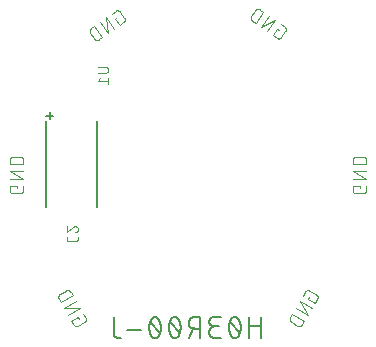
<source format=gbr>
G04 EAGLE Gerber RS-274X export*
G75*
%MOMM*%
%FSLAX34Y34*%
%LPD*%
%INSilkscreen Bottom*%
%IPPOS*%
%AMOC8*
5,1,8,0,0,1.08239X$1,22.5*%
G01*
%ADD10C,0.101600*%
%ADD11C,0.152400*%
%ADD12C,0.200000*%
%ADD13C,0.076200*%


D10*
X423397Y468698D02*
X421802Y469815D01*
X418079Y464498D01*
X421269Y462264D01*
X421352Y462209D01*
X421436Y462157D01*
X421523Y462108D01*
X421611Y462062D01*
X421701Y462020D01*
X421793Y461981D01*
X421886Y461946D01*
X421980Y461914D01*
X422075Y461886D01*
X422172Y461862D01*
X422269Y461841D01*
X422367Y461825D01*
X422466Y461811D01*
X422565Y461802D01*
X422664Y461797D01*
X422764Y461795D01*
X422863Y461797D01*
X422962Y461803D01*
X423061Y461813D01*
X423160Y461826D01*
X423258Y461844D01*
X423355Y461865D01*
X423451Y461889D01*
X423547Y461918D01*
X423641Y461950D01*
X423734Y461985D01*
X423825Y462024D01*
X423915Y462067D01*
X424003Y462113D01*
X424089Y462162D01*
X424174Y462215D01*
X424256Y462271D01*
X424336Y462330D01*
X424414Y462392D01*
X424489Y462457D01*
X424562Y462524D01*
X424632Y462595D01*
X424700Y462668D01*
X424764Y462744D01*
X424826Y462822D01*
X424885Y462902D01*
X424885Y462901D02*
X428608Y468219D01*
X428663Y468302D01*
X428715Y468386D01*
X428764Y468473D01*
X428810Y468561D01*
X428852Y468651D01*
X428891Y468743D01*
X428926Y468836D01*
X428958Y468930D01*
X428986Y469025D01*
X429010Y469122D01*
X429031Y469219D01*
X429047Y469317D01*
X429061Y469416D01*
X429070Y469515D01*
X429075Y469614D01*
X429077Y469714D01*
X429075Y469813D01*
X429069Y469912D01*
X429059Y470011D01*
X429046Y470110D01*
X429028Y470208D01*
X429007Y470305D01*
X428983Y470401D01*
X428954Y470497D01*
X428922Y470591D01*
X428887Y470684D01*
X428848Y470775D01*
X428805Y470865D01*
X428759Y470953D01*
X428710Y471039D01*
X428657Y471124D01*
X428601Y471206D01*
X428542Y471286D01*
X428480Y471364D01*
X428415Y471439D01*
X428348Y471512D01*
X428277Y471582D01*
X428204Y471650D01*
X428128Y471714D01*
X428050Y471776D01*
X427970Y471835D01*
X427971Y471835D02*
X424780Y474069D01*
X420111Y477338D02*
X413409Y467768D01*
X408092Y471491D02*
X420111Y477338D01*
X414793Y481062D02*
X408092Y471491D01*
X403422Y474761D02*
X410123Y484331D01*
X407465Y486193D01*
X407371Y486256D01*
X407275Y486316D01*
X407177Y486373D01*
X407077Y486426D01*
X406975Y486476D01*
X406871Y486522D01*
X406766Y486564D01*
X406660Y486603D01*
X406552Y486638D01*
X406443Y486669D01*
X406333Y486697D01*
X406222Y486720D01*
X406111Y486740D01*
X405999Y486756D01*
X405886Y486768D01*
X405773Y486776D01*
X405660Y486780D01*
X405546Y486780D01*
X405433Y486776D01*
X405320Y486768D01*
X405207Y486756D01*
X405095Y486740D01*
X404984Y486720D01*
X404873Y486697D01*
X404763Y486669D01*
X404654Y486638D01*
X404546Y486603D01*
X404440Y486564D01*
X404335Y486522D01*
X404231Y486476D01*
X404129Y486426D01*
X404029Y486373D01*
X403931Y486316D01*
X403835Y486256D01*
X403741Y486193D01*
X403650Y486126D01*
X403560Y486057D01*
X403473Y485984D01*
X403389Y485908D01*
X403308Y485829D01*
X403229Y485748D01*
X403153Y485664D01*
X403080Y485577D01*
X403011Y485488D01*
X402944Y485396D01*
X402945Y485396D02*
X399966Y481142D01*
X399966Y481143D02*
X399903Y481049D01*
X399843Y480953D01*
X399786Y480855D01*
X399733Y480755D01*
X399683Y480653D01*
X399637Y480549D01*
X399595Y480444D01*
X399556Y480338D01*
X399521Y480230D01*
X399490Y480121D01*
X399462Y480011D01*
X399439Y479900D01*
X399419Y479789D01*
X399403Y479677D01*
X399391Y479564D01*
X399383Y479451D01*
X399379Y479338D01*
X399379Y479224D01*
X399383Y479111D01*
X399391Y478998D01*
X399403Y478885D01*
X399419Y478773D01*
X399439Y478662D01*
X399462Y478551D01*
X399490Y478441D01*
X399521Y478332D01*
X399556Y478224D01*
X399595Y478118D01*
X399637Y478013D01*
X399683Y477909D01*
X399733Y477807D01*
X399786Y477707D01*
X399843Y477609D01*
X399903Y477513D01*
X399966Y477419D01*
X400033Y477327D01*
X400102Y477238D01*
X400175Y477151D01*
X400251Y477067D01*
X400330Y476986D01*
X400411Y476907D01*
X400495Y476831D01*
X400582Y476758D01*
X400672Y476689D01*
X400763Y476622D01*
X403422Y474761D01*
X492049Y337254D02*
X492049Y335306D01*
X492049Y337254D02*
X485558Y337254D01*
X485558Y333359D01*
X485560Y333260D01*
X485566Y333160D01*
X485575Y333061D01*
X485588Y332963D01*
X485605Y332865D01*
X485626Y332767D01*
X485651Y332671D01*
X485679Y332576D01*
X485711Y332482D01*
X485746Y332389D01*
X485785Y332297D01*
X485828Y332207D01*
X485873Y332119D01*
X485923Y332032D01*
X485975Y331948D01*
X486031Y331865D01*
X486089Y331785D01*
X486151Y331707D01*
X486216Y331632D01*
X486284Y331559D01*
X486354Y331489D01*
X486427Y331421D01*
X486502Y331356D01*
X486580Y331294D01*
X486660Y331236D01*
X486743Y331180D01*
X486827Y331128D01*
X486914Y331078D01*
X487002Y331033D01*
X487092Y330990D01*
X487184Y330951D01*
X487277Y330916D01*
X487371Y330884D01*
X487466Y330856D01*
X487562Y330831D01*
X487660Y330810D01*
X487758Y330793D01*
X487856Y330780D01*
X487955Y330771D01*
X488055Y330765D01*
X488154Y330763D01*
X494646Y330763D01*
X494745Y330765D01*
X494845Y330771D01*
X494944Y330780D01*
X495042Y330793D01*
X495140Y330810D01*
X495238Y330831D01*
X495334Y330856D01*
X495429Y330884D01*
X495523Y330916D01*
X495616Y330951D01*
X495708Y330990D01*
X495798Y331033D01*
X495886Y331078D01*
X495973Y331128D01*
X496057Y331180D01*
X496140Y331236D01*
X496220Y331294D01*
X496298Y331356D01*
X496373Y331421D01*
X496446Y331489D01*
X496516Y331559D01*
X496584Y331632D01*
X496649Y331707D01*
X496711Y331785D01*
X496769Y331865D01*
X496825Y331948D01*
X496877Y332032D01*
X496927Y332119D01*
X496972Y332207D01*
X497015Y332297D01*
X497054Y332389D01*
X497089Y332481D01*
X497121Y332576D01*
X497149Y332671D01*
X497174Y332767D01*
X497195Y332865D01*
X497212Y332963D01*
X497225Y333061D01*
X497234Y333160D01*
X497240Y333260D01*
X497242Y333359D01*
X497242Y337254D01*
X497242Y342954D02*
X485558Y342954D01*
X485558Y349446D02*
X497242Y342954D01*
X497242Y349446D02*
X485558Y349446D01*
X485558Y355146D02*
X497242Y355146D01*
X497242Y358392D01*
X497240Y358505D01*
X497234Y358618D01*
X497224Y358731D01*
X497210Y358844D01*
X497193Y358956D01*
X497171Y359067D01*
X497146Y359177D01*
X497116Y359287D01*
X497083Y359395D01*
X497046Y359502D01*
X497006Y359608D01*
X496961Y359712D01*
X496913Y359815D01*
X496862Y359916D01*
X496807Y360015D01*
X496749Y360112D01*
X496687Y360207D01*
X496622Y360300D01*
X496554Y360390D01*
X496483Y360478D01*
X496408Y360564D01*
X496331Y360647D01*
X496251Y360727D01*
X496168Y360804D01*
X496082Y360879D01*
X495994Y360950D01*
X495904Y361018D01*
X495811Y361083D01*
X495716Y361145D01*
X495619Y361203D01*
X495520Y361258D01*
X495419Y361309D01*
X495316Y361357D01*
X495212Y361402D01*
X495106Y361442D01*
X494999Y361479D01*
X494891Y361512D01*
X494781Y361542D01*
X494671Y361567D01*
X494560Y361589D01*
X494448Y361606D01*
X494335Y361620D01*
X494222Y361630D01*
X494109Y361636D01*
X493996Y361638D01*
X488804Y361638D01*
X488691Y361636D01*
X488578Y361630D01*
X488465Y361620D01*
X488352Y361606D01*
X488240Y361589D01*
X488129Y361567D01*
X488019Y361542D01*
X487909Y361512D01*
X487801Y361479D01*
X487694Y361442D01*
X487588Y361402D01*
X487484Y361357D01*
X487381Y361309D01*
X487280Y361258D01*
X487181Y361203D01*
X487084Y361145D01*
X486989Y361083D01*
X486896Y361018D01*
X486806Y360950D01*
X486718Y360879D01*
X486632Y360804D01*
X486549Y360727D01*
X486469Y360647D01*
X486392Y360564D01*
X486317Y360478D01*
X486246Y360390D01*
X486178Y360300D01*
X486113Y360207D01*
X486051Y360112D01*
X485993Y360015D01*
X485938Y359916D01*
X485887Y359815D01*
X485839Y359712D01*
X485794Y359608D01*
X485754Y359502D01*
X485717Y359395D01*
X485684Y359287D01*
X485654Y359177D01*
X485629Y359067D01*
X485607Y358956D01*
X485590Y358844D01*
X485576Y358731D01*
X485566Y358618D01*
X485560Y358505D01*
X485558Y358392D01*
X485558Y355146D01*
X449059Y243200D02*
X448086Y241514D01*
X453707Y238268D01*
X455655Y241641D01*
X455654Y241641D02*
X455702Y241728D01*
X455747Y241817D01*
X455788Y241907D01*
X455826Y241999D01*
X455860Y242093D01*
X455891Y242187D01*
X455918Y242283D01*
X455941Y242380D01*
X455961Y242477D01*
X455976Y242576D01*
X455988Y242674D01*
X455997Y242773D01*
X456001Y242873D01*
X456002Y242972D01*
X455999Y243072D01*
X455992Y243171D01*
X455981Y243270D01*
X455966Y243368D01*
X455948Y243466D01*
X455926Y243563D01*
X455900Y243659D01*
X455871Y243754D01*
X455838Y243848D01*
X455801Y243940D01*
X455761Y244031D01*
X455718Y244120D01*
X455671Y244208D01*
X455620Y244294D01*
X455567Y244378D01*
X455510Y244459D01*
X455450Y244539D01*
X455388Y244616D01*
X455322Y244691D01*
X455253Y244763D01*
X455182Y244832D01*
X455108Y244899D01*
X455032Y244963D01*
X454953Y245023D01*
X454872Y245081D01*
X454789Y245136D01*
X454704Y245187D01*
X454704Y245188D02*
X449083Y248433D01*
X449082Y248433D02*
X448995Y248481D01*
X448906Y248526D01*
X448816Y248567D01*
X448724Y248605D01*
X448630Y248639D01*
X448536Y248670D01*
X448440Y248697D01*
X448343Y248720D01*
X448246Y248740D01*
X448147Y248755D01*
X448049Y248767D01*
X447950Y248776D01*
X447850Y248780D01*
X447751Y248781D01*
X447651Y248778D01*
X447552Y248771D01*
X447453Y248760D01*
X447355Y248745D01*
X447257Y248727D01*
X447160Y248705D01*
X447064Y248679D01*
X446969Y248650D01*
X446875Y248617D01*
X446783Y248580D01*
X446692Y248540D01*
X446603Y248497D01*
X446515Y248450D01*
X446429Y248399D01*
X446345Y248346D01*
X446264Y248289D01*
X446184Y248229D01*
X446107Y248167D01*
X446032Y248101D01*
X445960Y248032D01*
X445891Y247961D01*
X445824Y247887D01*
X445760Y247811D01*
X445700Y247732D01*
X445642Y247651D01*
X445587Y247568D01*
X445536Y247483D01*
X443589Y244110D01*
X440738Y239173D02*
X450857Y233331D01*
X447611Y227709D02*
X440738Y239173D01*
X437493Y233551D02*
X447611Y227709D01*
X444761Y222772D02*
X434642Y228614D01*
X433019Y225804D01*
X432964Y225705D01*
X432913Y225604D01*
X432865Y225501D01*
X432820Y225397D01*
X432780Y225291D01*
X432743Y225184D01*
X432710Y225076D01*
X432680Y224966D01*
X432655Y224856D01*
X432633Y224745D01*
X432616Y224633D01*
X432602Y224520D01*
X432592Y224407D01*
X432586Y224294D01*
X432584Y224181D01*
X432586Y224068D01*
X432592Y223955D01*
X432602Y223842D01*
X432616Y223729D01*
X432633Y223617D01*
X432655Y223506D01*
X432680Y223396D01*
X432710Y223286D01*
X432743Y223178D01*
X432780Y223071D01*
X432820Y222965D01*
X432865Y222861D01*
X432913Y222758D01*
X432964Y222657D01*
X433019Y222558D01*
X433077Y222461D01*
X433139Y222366D01*
X433204Y222273D01*
X433272Y222183D01*
X433343Y222095D01*
X433418Y222009D01*
X433495Y221926D01*
X433575Y221846D01*
X433658Y221769D01*
X433744Y221694D01*
X433832Y221623D01*
X433922Y221555D01*
X434015Y221490D01*
X434110Y221428D01*
X434207Y221370D01*
X438705Y218774D01*
X438704Y218773D02*
X438803Y218718D01*
X438904Y218667D01*
X439007Y218619D01*
X439111Y218574D01*
X439217Y218534D01*
X439324Y218497D01*
X439432Y218464D01*
X439542Y218434D01*
X439652Y218409D01*
X439763Y218387D01*
X439875Y218370D01*
X439988Y218356D01*
X440101Y218346D01*
X440214Y218340D01*
X440327Y218338D01*
X440440Y218340D01*
X440553Y218346D01*
X440666Y218356D01*
X440779Y218370D01*
X440891Y218387D01*
X441002Y218409D01*
X441112Y218434D01*
X441222Y218464D01*
X441330Y218497D01*
X441437Y218534D01*
X441543Y218574D01*
X441647Y218619D01*
X441750Y218667D01*
X441851Y218718D01*
X441950Y218773D01*
X442047Y218831D01*
X442142Y218893D01*
X442235Y218958D01*
X442325Y219026D01*
X442414Y219097D01*
X442499Y219172D01*
X442582Y219249D01*
X442662Y219329D01*
X442739Y219412D01*
X442814Y219498D01*
X442885Y219586D01*
X442953Y219676D01*
X443018Y219769D01*
X443080Y219864D01*
X443138Y219961D01*
X443138Y219962D02*
X444761Y222772D01*
X254031Y224598D02*
X253058Y226285D01*
X247436Y223039D01*
X249383Y219666D01*
X249384Y219666D02*
X249435Y219581D01*
X249490Y219498D01*
X249547Y219417D01*
X249608Y219338D01*
X249672Y219262D01*
X249739Y219188D01*
X249808Y219117D01*
X249880Y219048D01*
X249955Y218982D01*
X250032Y218920D01*
X250111Y218860D01*
X250193Y218803D01*
X250277Y218750D01*
X250363Y218699D01*
X250450Y218652D01*
X250540Y218609D01*
X250631Y218569D01*
X250723Y218532D01*
X250817Y218499D01*
X250912Y218470D01*
X251008Y218444D01*
X251105Y218422D01*
X251203Y218404D01*
X251301Y218389D01*
X251400Y218378D01*
X251499Y218371D01*
X251599Y218368D01*
X251698Y218369D01*
X251798Y218373D01*
X251897Y218382D01*
X251996Y218394D01*
X252094Y218409D01*
X252191Y218429D01*
X252288Y218452D01*
X252384Y218479D01*
X252478Y218510D01*
X252572Y218544D01*
X252664Y218582D01*
X252754Y218623D01*
X252843Y218668D01*
X252930Y218716D01*
X258552Y221961D01*
X258552Y221962D02*
X258637Y222013D01*
X258720Y222068D01*
X258801Y222125D01*
X258880Y222186D01*
X258956Y222250D01*
X259030Y222317D01*
X259101Y222386D01*
X259170Y222458D01*
X259236Y222533D01*
X259298Y222610D01*
X259358Y222689D01*
X259415Y222771D01*
X259468Y222855D01*
X259519Y222941D01*
X259566Y223028D01*
X259609Y223118D01*
X259649Y223209D01*
X259686Y223301D01*
X259719Y223395D01*
X259748Y223490D01*
X259774Y223586D01*
X259796Y223683D01*
X259814Y223781D01*
X259829Y223879D01*
X259840Y223978D01*
X259847Y224077D01*
X259850Y224177D01*
X259849Y224276D01*
X259845Y224376D01*
X259836Y224475D01*
X259824Y224573D01*
X259809Y224672D01*
X259789Y224769D01*
X259766Y224866D01*
X259739Y224962D01*
X259708Y225056D01*
X259674Y225150D01*
X259636Y225242D01*
X259595Y225332D01*
X259550Y225421D01*
X259502Y225508D01*
X257555Y228881D01*
X254704Y233818D02*
X244586Y227976D01*
X241340Y233598D02*
X254704Y233818D01*
X251459Y239440D02*
X241340Y233598D01*
X238490Y238535D02*
X248608Y244377D01*
X246986Y247187D01*
X246986Y247188D02*
X246928Y247285D01*
X246866Y247380D01*
X246801Y247473D01*
X246733Y247563D01*
X246662Y247651D01*
X246587Y247737D01*
X246510Y247820D01*
X246430Y247900D01*
X246347Y247977D01*
X246261Y248052D01*
X246173Y248123D01*
X246083Y248191D01*
X245990Y248256D01*
X245895Y248318D01*
X245798Y248376D01*
X245699Y248431D01*
X245598Y248482D01*
X245495Y248530D01*
X245391Y248575D01*
X245285Y248615D01*
X245178Y248652D01*
X245070Y248685D01*
X244960Y248715D01*
X244850Y248740D01*
X244739Y248762D01*
X244627Y248779D01*
X244514Y248793D01*
X244401Y248803D01*
X244288Y248809D01*
X244175Y248811D01*
X244062Y248809D01*
X243949Y248803D01*
X243836Y248793D01*
X243723Y248779D01*
X243611Y248762D01*
X243500Y248740D01*
X243390Y248715D01*
X243280Y248685D01*
X243172Y248652D01*
X243065Y248615D01*
X242959Y248575D01*
X242855Y248530D01*
X242752Y248482D01*
X242651Y248431D01*
X242552Y248376D01*
X242552Y248375D02*
X238055Y245779D01*
X237958Y245721D01*
X237863Y245659D01*
X237770Y245594D01*
X237680Y245526D01*
X237592Y245455D01*
X237506Y245380D01*
X237423Y245303D01*
X237343Y245223D01*
X237266Y245140D01*
X237191Y245054D01*
X237120Y244966D01*
X237052Y244876D01*
X236987Y244783D01*
X236925Y244688D01*
X236867Y244591D01*
X236812Y244492D01*
X236761Y244391D01*
X236713Y244288D01*
X236668Y244184D01*
X236628Y244078D01*
X236591Y243971D01*
X236558Y243863D01*
X236528Y243753D01*
X236503Y243643D01*
X236481Y243532D01*
X236464Y243420D01*
X236450Y243307D01*
X236440Y243194D01*
X236434Y243081D01*
X236432Y242968D01*
X236434Y242855D01*
X236440Y242742D01*
X236450Y242629D01*
X236464Y242516D01*
X236481Y242404D01*
X236503Y242293D01*
X236528Y242183D01*
X236558Y242073D01*
X236591Y241965D01*
X236628Y241858D01*
X236668Y241752D01*
X236713Y241648D01*
X236761Y241545D01*
X236812Y241444D01*
X236867Y241345D01*
X238490Y238535D01*
X201649Y335306D02*
X201649Y337254D01*
X195158Y337254D01*
X195158Y333359D01*
X195160Y333260D01*
X195166Y333160D01*
X195175Y333061D01*
X195188Y332963D01*
X195205Y332865D01*
X195226Y332767D01*
X195251Y332671D01*
X195279Y332576D01*
X195311Y332482D01*
X195346Y332389D01*
X195385Y332297D01*
X195428Y332207D01*
X195473Y332119D01*
X195523Y332032D01*
X195575Y331948D01*
X195631Y331865D01*
X195689Y331785D01*
X195751Y331707D01*
X195816Y331632D01*
X195884Y331559D01*
X195954Y331489D01*
X196027Y331421D01*
X196102Y331356D01*
X196180Y331294D01*
X196260Y331236D01*
X196343Y331180D01*
X196427Y331128D01*
X196514Y331078D01*
X196602Y331033D01*
X196692Y330990D01*
X196784Y330951D01*
X196877Y330916D01*
X196971Y330884D01*
X197066Y330856D01*
X197162Y330831D01*
X197260Y330810D01*
X197358Y330793D01*
X197456Y330780D01*
X197555Y330771D01*
X197655Y330765D01*
X197754Y330763D01*
X204246Y330763D01*
X204345Y330765D01*
X204445Y330771D01*
X204544Y330780D01*
X204642Y330793D01*
X204740Y330810D01*
X204838Y330831D01*
X204934Y330856D01*
X205029Y330884D01*
X205123Y330916D01*
X205216Y330951D01*
X205308Y330990D01*
X205398Y331033D01*
X205486Y331078D01*
X205573Y331128D01*
X205657Y331180D01*
X205740Y331236D01*
X205820Y331294D01*
X205898Y331356D01*
X205973Y331421D01*
X206046Y331489D01*
X206116Y331559D01*
X206184Y331632D01*
X206249Y331707D01*
X206311Y331785D01*
X206369Y331865D01*
X206425Y331948D01*
X206477Y332032D01*
X206527Y332119D01*
X206572Y332207D01*
X206615Y332297D01*
X206654Y332389D01*
X206689Y332481D01*
X206721Y332576D01*
X206749Y332671D01*
X206774Y332767D01*
X206795Y332865D01*
X206812Y332963D01*
X206825Y333061D01*
X206834Y333160D01*
X206840Y333260D01*
X206842Y333359D01*
X206842Y337254D01*
X206842Y342954D02*
X195158Y342954D01*
X195158Y349446D02*
X206842Y342954D01*
X206842Y349446D02*
X195158Y349446D01*
X195158Y355146D02*
X206842Y355146D01*
X206842Y358392D01*
X206840Y358505D01*
X206834Y358618D01*
X206824Y358731D01*
X206810Y358844D01*
X206793Y358956D01*
X206771Y359067D01*
X206746Y359177D01*
X206716Y359287D01*
X206683Y359395D01*
X206646Y359502D01*
X206606Y359608D01*
X206561Y359712D01*
X206513Y359815D01*
X206462Y359916D01*
X206407Y360015D01*
X206349Y360112D01*
X206287Y360207D01*
X206222Y360300D01*
X206154Y360390D01*
X206083Y360478D01*
X206008Y360564D01*
X205931Y360647D01*
X205851Y360727D01*
X205768Y360804D01*
X205682Y360879D01*
X205594Y360950D01*
X205504Y361018D01*
X205411Y361083D01*
X205316Y361145D01*
X205219Y361203D01*
X205120Y361258D01*
X205019Y361309D01*
X204916Y361357D01*
X204812Y361402D01*
X204706Y361442D01*
X204599Y361479D01*
X204491Y361512D01*
X204381Y361542D01*
X204271Y361567D01*
X204160Y361589D01*
X204048Y361606D01*
X203935Y361620D01*
X203822Y361630D01*
X203709Y361636D01*
X203596Y361638D01*
X198404Y361638D01*
X198291Y361636D01*
X198178Y361630D01*
X198065Y361620D01*
X197952Y361606D01*
X197840Y361589D01*
X197729Y361567D01*
X197619Y361542D01*
X197509Y361512D01*
X197401Y361479D01*
X197294Y361442D01*
X197188Y361402D01*
X197084Y361357D01*
X196981Y361309D01*
X196880Y361258D01*
X196781Y361203D01*
X196684Y361145D01*
X196589Y361083D01*
X196496Y361018D01*
X196406Y360950D01*
X196318Y360879D01*
X196232Y360804D01*
X196149Y360727D01*
X196069Y360647D01*
X195992Y360564D01*
X195917Y360478D01*
X195846Y360390D01*
X195778Y360300D01*
X195713Y360207D01*
X195651Y360112D01*
X195593Y360015D01*
X195538Y359916D01*
X195487Y359815D01*
X195439Y359712D01*
X195394Y359608D01*
X195354Y359502D01*
X195317Y359395D01*
X195284Y359287D01*
X195254Y359177D01*
X195229Y359067D01*
X195207Y358956D01*
X195190Y358844D01*
X195176Y358731D01*
X195166Y358618D01*
X195160Y358505D01*
X195158Y358392D01*
X195158Y355146D01*
X284684Y478681D02*
X286279Y479798D01*
X284684Y478681D02*
X288407Y473364D01*
X291597Y475597D01*
X291677Y475656D01*
X291755Y475718D01*
X291831Y475782D01*
X291904Y475850D01*
X291975Y475920D01*
X292042Y475993D01*
X292107Y476068D01*
X292169Y476146D01*
X292228Y476226D01*
X292284Y476308D01*
X292337Y476393D01*
X292386Y476479D01*
X292432Y476567D01*
X292475Y476657D01*
X292514Y476748D01*
X292549Y476841D01*
X292581Y476935D01*
X292610Y477031D01*
X292634Y477127D01*
X292655Y477224D01*
X292673Y477322D01*
X292686Y477421D01*
X292696Y477520D01*
X292702Y477619D01*
X292704Y477718D01*
X292702Y477818D01*
X292697Y477917D01*
X292687Y478016D01*
X292674Y478115D01*
X292658Y478213D01*
X292637Y478310D01*
X292613Y478407D01*
X292585Y478502D01*
X292553Y478596D01*
X292518Y478689D01*
X292479Y478781D01*
X292437Y478871D01*
X292391Y478959D01*
X292342Y479046D01*
X292290Y479130D01*
X292235Y479213D01*
X292235Y479214D02*
X288512Y484531D01*
X288512Y484530D02*
X288453Y484610D01*
X288391Y484688D01*
X288327Y484764D01*
X288259Y484837D01*
X288189Y484908D01*
X288116Y484975D01*
X288041Y485040D01*
X287963Y485102D01*
X287883Y485161D01*
X287801Y485217D01*
X287716Y485270D01*
X287630Y485319D01*
X287542Y485365D01*
X287452Y485408D01*
X287361Y485447D01*
X287268Y485482D01*
X287174Y485514D01*
X287078Y485543D01*
X286982Y485567D01*
X286885Y485588D01*
X286787Y485606D01*
X286688Y485619D01*
X286589Y485629D01*
X286490Y485635D01*
X286391Y485637D01*
X286291Y485635D01*
X286192Y485630D01*
X286093Y485621D01*
X285994Y485607D01*
X285896Y485591D01*
X285799Y485570D01*
X285702Y485546D01*
X285607Y485518D01*
X285513Y485486D01*
X285420Y485451D01*
X285328Y485412D01*
X285238Y485370D01*
X285150Y485324D01*
X285063Y485275D01*
X284979Y485223D01*
X284896Y485168D01*
X284895Y485168D02*
X281705Y482934D01*
X277035Y479665D02*
X283737Y470094D01*
X278420Y466370D02*
X277035Y479665D01*
X271718Y475941D02*
X278420Y466370D01*
X273750Y463101D02*
X267048Y472672D01*
X264390Y470810D01*
X264389Y470810D02*
X264298Y470743D01*
X264208Y470674D01*
X264121Y470601D01*
X264037Y470525D01*
X263956Y470446D01*
X263877Y470365D01*
X263801Y470281D01*
X263728Y470194D01*
X263659Y470105D01*
X263592Y470013D01*
X263529Y469919D01*
X263469Y469823D01*
X263412Y469725D01*
X263359Y469625D01*
X263309Y469523D01*
X263263Y469419D01*
X263221Y469314D01*
X263182Y469208D01*
X263147Y469100D01*
X263116Y468991D01*
X263088Y468881D01*
X263065Y468770D01*
X263045Y468659D01*
X263029Y468547D01*
X263017Y468434D01*
X263009Y468321D01*
X263005Y468208D01*
X263005Y468094D01*
X263009Y467981D01*
X263017Y467868D01*
X263029Y467755D01*
X263045Y467643D01*
X263065Y467532D01*
X263088Y467421D01*
X263116Y467311D01*
X263147Y467202D01*
X263182Y467094D01*
X263221Y466988D01*
X263263Y466883D01*
X263309Y466779D01*
X263359Y466677D01*
X263412Y466577D01*
X263469Y466479D01*
X263529Y466383D01*
X263592Y466289D01*
X263593Y466290D02*
X266571Y462036D01*
X266638Y461945D01*
X266707Y461855D01*
X266780Y461768D01*
X266856Y461684D01*
X266935Y461603D01*
X267016Y461524D01*
X267100Y461448D01*
X267187Y461375D01*
X267277Y461306D01*
X267368Y461239D01*
X267462Y461176D01*
X267558Y461116D01*
X267656Y461059D01*
X267756Y461006D01*
X267858Y460956D01*
X267962Y460910D01*
X268067Y460868D01*
X268173Y460829D01*
X268281Y460794D01*
X268390Y460763D01*
X268500Y460735D01*
X268611Y460712D01*
X268722Y460692D01*
X268834Y460676D01*
X268947Y460664D01*
X269060Y460656D01*
X269173Y460652D01*
X269287Y460652D01*
X269400Y460656D01*
X269513Y460664D01*
X269626Y460676D01*
X269738Y460692D01*
X269849Y460712D01*
X269960Y460735D01*
X270070Y460763D01*
X270179Y460794D01*
X270287Y460829D01*
X270393Y460868D01*
X270498Y460910D01*
X270602Y460956D01*
X270704Y461006D01*
X270804Y461059D01*
X270902Y461116D01*
X270998Y461176D01*
X271092Y461239D01*
X271091Y461239D02*
X273750Y463101D01*
D11*
X408154Y226164D02*
X408154Y208384D01*
X408154Y218262D02*
X398277Y218262D01*
X398277Y226164D02*
X398277Y208384D01*
X390846Y217274D02*
X390842Y217624D01*
X390829Y217973D01*
X390808Y218322D01*
X390779Y218671D01*
X390742Y219019D01*
X390696Y219366D01*
X390642Y219711D01*
X390580Y220055D01*
X390509Y220398D01*
X390430Y220739D01*
X390344Y221078D01*
X390249Y221414D01*
X390146Y221749D01*
X390035Y222080D01*
X389917Y222410D01*
X389790Y222736D01*
X389656Y223059D01*
X389514Y223378D01*
X389364Y223695D01*
X389364Y223694D02*
X389324Y223807D01*
X389280Y223917D01*
X389232Y224027D01*
X389181Y224134D01*
X389126Y224240D01*
X389068Y224345D01*
X389006Y224447D01*
X388941Y224547D01*
X388873Y224645D01*
X388802Y224741D01*
X388727Y224834D01*
X388650Y224925D01*
X388570Y225013D01*
X388487Y225098D01*
X388401Y225181D01*
X388312Y225261D01*
X388221Y225338D01*
X388127Y225412D01*
X388031Y225483D01*
X387933Y225551D01*
X387833Y225615D01*
X387730Y225677D01*
X387626Y225734D01*
X387520Y225789D01*
X387412Y225840D01*
X387302Y225887D01*
X387191Y225931D01*
X387079Y225971D01*
X386965Y226007D01*
X386851Y226040D01*
X386735Y226069D01*
X386618Y226094D01*
X386501Y226115D01*
X386383Y226133D01*
X386264Y226146D01*
X386145Y226156D01*
X386026Y226162D01*
X385907Y226164D01*
X385788Y226162D01*
X385669Y226156D01*
X385550Y226146D01*
X385431Y226133D01*
X385313Y226115D01*
X385196Y226094D01*
X385079Y226069D01*
X384963Y226040D01*
X384849Y226007D01*
X384735Y225971D01*
X384623Y225931D01*
X384512Y225887D01*
X384402Y225840D01*
X384294Y225789D01*
X384188Y225734D01*
X384084Y225677D01*
X383981Y225615D01*
X383881Y225551D01*
X383783Y225483D01*
X383687Y225412D01*
X383593Y225338D01*
X383502Y225261D01*
X383413Y225181D01*
X383328Y225098D01*
X383244Y225013D01*
X383164Y224925D01*
X383087Y224834D01*
X383012Y224741D01*
X382941Y224645D01*
X382873Y224547D01*
X382808Y224447D01*
X382746Y224345D01*
X382688Y224240D01*
X382633Y224135D01*
X382582Y224027D01*
X382534Y223917D01*
X382490Y223807D01*
X382450Y223694D01*
X382450Y223695D02*
X382300Y223378D01*
X382158Y223059D01*
X382024Y222736D01*
X381897Y222410D01*
X381779Y222080D01*
X381668Y221749D01*
X381565Y221414D01*
X381470Y221078D01*
X381384Y220739D01*
X381305Y220398D01*
X381234Y220055D01*
X381172Y219711D01*
X381118Y219366D01*
X381072Y219019D01*
X381035Y218671D01*
X381006Y218322D01*
X380985Y217973D01*
X380972Y217624D01*
X380968Y217274D01*
X390845Y217274D02*
X390841Y216924D01*
X390828Y216575D01*
X390807Y216226D01*
X390778Y215877D01*
X390741Y215529D01*
X390695Y215182D01*
X390641Y214837D01*
X390579Y214493D01*
X390508Y214150D01*
X390429Y213809D01*
X390343Y213470D01*
X390248Y213134D01*
X390145Y212799D01*
X390034Y212468D01*
X389916Y212139D01*
X389789Y211812D01*
X389655Y211489D01*
X389513Y211170D01*
X389363Y210854D01*
X389364Y210854D02*
X389324Y210741D01*
X389280Y210631D01*
X389232Y210521D01*
X389181Y210414D01*
X389126Y210308D01*
X389068Y210203D01*
X389006Y210101D01*
X388941Y210001D01*
X388873Y209903D01*
X388802Y209807D01*
X388727Y209714D01*
X388650Y209623D01*
X388570Y209535D01*
X388487Y209450D01*
X388401Y209367D01*
X388312Y209287D01*
X388221Y209210D01*
X388127Y209136D01*
X388031Y209065D01*
X387933Y208997D01*
X387833Y208933D01*
X387730Y208871D01*
X387626Y208814D01*
X387520Y208759D01*
X387412Y208708D01*
X387302Y208661D01*
X387191Y208617D01*
X387079Y208577D01*
X386965Y208541D01*
X386851Y208508D01*
X386735Y208479D01*
X386618Y208454D01*
X386501Y208433D01*
X386383Y208415D01*
X386264Y208402D01*
X386145Y208392D01*
X386026Y208386D01*
X385907Y208384D01*
X382450Y210854D02*
X382300Y211170D01*
X382158Y211489D01*
X382024Y211812D01*
X381897Y212139D01*
X381779Y212468D01*
X381668Y212799D01*
X381565Y213134D01*
X381470Y213470D01*
X381384Y213809D01*
X381305Y214150D01*
X381234Y214493D01*
X381172Y214837D01*
X381118Y215182D01*
X381072Y215529D01*
X381035Y215877D01*
X381006Y216226D01*
X380985Y216575D01*
X380972Y216924D01*
X380968Y217274D01*
X382450Y210854D02*
X382490Y210741D01*
X382534Y210631D01*
X382582Y210521D01*
X382633Y210413D01*
X382688Y210307D01*
X382746Y210203D01*
X382808Y210101D01*
X382873Y210001D01*
X382941Y209903D01*
X383012Y209807D01*
X383087Y209714D01*
X383164Y209623D01*
X383244Y209535D01*
X383328Y209450D01*
X383413Y209367D01*
X383502Y209287D01*
X383593Y209210D01*
X383687Y209136D01*
X383783Y209065D01*
X383881Y208997D01*
X383981Y208933D01*
X384084Y208871D01*
X384188Y208813D01*
X384294Y208759D01*
X384402Y208708D01*
X384512Y208661D01*
X384623Y208617D01*
X384735Y208577D01*
X384849Y208541D01*
X384963Y208508D01*
X385079Y208479D01*
X385196Y208454D01*
X385313Y208433D01*
X385431Y208415D01*
X385550Y208402D01*
X385669Y208392D01*
X385788Y208386D01*
X385907Y208384D01*
X389858Y212335D02*
X381955Y222213D01*
X374095Y208384D02*
X369156Y208384D01*
X369016Y208386D01*
X368877Y208392D01*
X368737Y208402D01*
X368598Y208416D01*
X368459Y208433D01*
X368321Y208455D01*
X368184Y208481D01*
X368047Y208510D01*
X367911Y208543D01*
X367777Y208580D01*
X367643Y208621D01*
X367511Y208666D01*
X367379Y208715D01*
X367250Y208767D01*
X367122Y208822D01*
X366995Y208882D01*
X366870Y208945D01*
X366747Y209011D01*
X366626Y209081D01*
X366507Y209154D01*
X366390Y209231D01*
X366276Y209311D01*
X366163Y209394D01*
X366053Y209480D01*
X365946Y209570D01*
X365841Y209662D01*
X365739Y209757D01*
X365639Y209855D01*
X365542Y209956D01*
X365448Y210060D01*
X365358Y210166D01*
X365270Y210275D01*
X365185Y210386D01*
X365104Y210500D01*
X365025Y210615D01*
X364950Y210733D01*
X364879Y210853D01*
X364811Y210976D01*
X364746Y211099D01*
X364685Y211225D01*
X364627Y211353D01*
X364573Y211481D01*
X364523Y211612D01*
X364476Y211744D01*
X364433Y211877D01*
X364394Y212011D01*
X364359Y212146D01*
X364328Y212282D01*
X364300Y212420D01*
X364277Y212557D01*
X364257Y212696D01*
X364241Y212835D01*
X364229Y212974D01*
X364221Y213113D01*
X364217Y213253D01*
X364217Y213393D01*
X364221Y213533D01*
X364229Y213672D01*
X364241Y213811D01*
X364257Y213950D01*
X364277Y214089D01*
X364300Y214226D01*
X364328Y214364D01*
X364359Y214500D01*
X364394Y214635D01*
X364433Y214769D01*
X364476Y214902D01*
X364523Y215034D01*
X364573Y215165D01*
X364627Y215293D01*
X364685Y215421D01*
X364746Y215547D01*
X364811Y215670D01*
X364879Y215793D01*
X364950Y215913D01*
X365025Y216031D01*
X365104Y216146D01*
X365185Y216260D01*
X365270Y216371D01*
X365358Y216480D01*
X365448Y216586D01*
X365542Y216690D01*
X365639Y216791D01*
X365739Y216889D01*
X365841Y216984D01*
X365946Y217076D01*
X366053Y217166D01*
X366163Y217252D01*
X366276Y217335D01*
X366390Y217415D01*
X366507Y217492D01*
X366626Y217565D01*
X366747Y217635D01*
X366870Y217701D01*
X366995Y217764D01*
X367122Y217824D01*
X367250Y217879D01*
X367379Y217931D01*
X367511Y217980D01*
X367643Y218025D01*
X367777Y218066D01*
X367911Y218103D01*
X368047Y218136D01*
X368184Y218165D01*
X368321Y218191D01*
X368459Y218213D01*
X368598Y218230D01*
X368737Y218244D01*
X368877Y218254D01*
X369016Y218260D01*
X369156Y218262D01*
X368168Y226164D02*
X374095Y226164D01*
X368168Y226164D02*
X368044Y226162D01*
X367920Y226156D01*
X367796Y226146D01*
X367673Y226133D01*
X367550Y226115D01*
X367428Y226094D01*
X367306Y226069D01*
X367185Y226040D01*
X367066Y226007D01*
X366947Y225971D01*
X366830Y225930D01*
X366714Y225887D01*
X366599Y225839D01*
X366486Y225788D01*
X366374Y225733D01*
X366265Y225675D01*
X366157Y225614D01*
X366051Y225549D01*
X365947Y225481D01*
X365846Y225409D01*
X365746Y225335D01*
X365650Y225257D01*
X365555Y225177D01*
X365463Y225093D01*
X365374Y225007D01*
X365288Y224918D01*
X365204Y224826D01*
X365124Y224731D01*
X365046Y224635D01*
X364972Y224535D01*
X364900Y224434D01*
X364832Y224330D01*
X364767Y224224D01*
X364706Y224116D01*
X364648Y224007D01*
X364593Y223895D01*
X364542Y223782D01*
X364494Y223667D01*
X364451Y223551D01*
X364410Y223434D01*
X364374Y223315D01*
X364341Y223196D01*
X364312Y223075D01*
X364287Y222953D01*
X364266Y222831D01*
X364248Y222708D01*
X364235Y222585D01*
X364225Y222461D01*
X364219Y222337D01*
X364217Y222213D01*
X364219Y222089D01*
X364225Y221965D01*
X364235Y221841D01*
X364248Y221718D01*
X364266Y221595D01*
X364287Y221473D01*
X364312Y221351D01*
X364341Y221230D01*
X364374Y221111D01*
X364410Y220992D01*
X364451Y220875D01*
X364494Y220759D01*
X364542Y220644D01*
X364593Y220531D01*
X364648Y220419D01*
X364706Y220310D01*
X364767Y220202D01*
X364832Y220096D01*
X364900Y219992D01*
X364972Y219891D01*
X365046Y219791D01*
X365124Y219695D01*
X365204Y219600D01*
X365288Y219508D01*
X365374Y219419D01*
X365463Y219333D01*
X365555Y219249D01*
X365650Y219169D01*
X365746Y219091D01*
X365846Y219017D01*
X365947Y218945D01*
X366051Y218877D01*
X366157Y218812D01*
X366265Y218751D01*
X366374Y218693D01*
X366486Y218638D01*
X366599Y218587D01*
X366714Y218539D01*
X366830Y218496D01*
X366947Y218455D01*
X367066Y218419D01*
X367185Y218386D01*
X367306Y218357D01*
X367428Y218332D01*
X367550Y218311D01*
X367673Y218293D01*
X367796Y218280D01*
X367920Y218270D01*
X368044Y218264D01*
X368168Y218262D01*
X372120Y218262D01*
X356701Y226164D02*
X356701Y208384D01*
X356701Y226164D02*
X351762Y226164D01*
X351622Y226162D01*
X351483Y226156D01*
X351343Y226146D01*
X351204Y226132D01*
X351065Y226115D01*
X350927Y226093D01*
X350790Y226067D01*
X350653Y226038D01*
X350517Y226005D01*
X350383Y225968D01*
X350249Y225927D01*
X350117Y225882D01*
X349985Y225833D01*
X349856Y225781D01*
X349728Y225726D01*
X349601Y225666D01*
X349476Y225603D01*
X349353Y225537D01*
X349232Y225467D01*
X349113Y225394D01*
X348996Y225317D01*
X348882Y225237D01*
X348769Y225154D01*
X348659Y225068D01*
X348552Y224978D01*
X348447Y224886D01*
X348345Y224791D01*
X348245Y224693D01*
X348148Y224592D01*
X348054Y224488D01*
X347964Y224382D01*
X347876Y224273D01*
X347791Y224162D01*
X347710Y224048D01*
X347631Y223933D01*
X347556Y223815D01*
X347485Y223695D01*
X347417Y223572D01*
X347352Y223449D01*
X347291Y223323D01*
X347233Y223195D01*
X347179Y223067D01*
X347129Y222936D01*
X347082Y222804D01*
X347039Y222671D01*
X347000Y222537D01*
X346965Y222402D01*
X346934Y222266D01*
X346906Y222128D01*
X346883Y221991D01*
X346863Y221852D01*
X346847Y221713D01*
X346835Y221574D01*
X346827Y221435D01*
X346823Y221295D01*
X346823Y221155D01*
X346827Y221015D01*
X346835Y220876D01*
X346847Y220737D01*
X346863Y220598D01*
X346883Y220459D01*
X346906Y220322D01*
X346934Y220184D01*
X346965Y220048D01*
X347000Y219913D01*
X347039Y219779D01*
X347082Y219646D01*
X347129Y219514D01*
X347179Y219383D01*
X347233Y219255D01*
X347291Y219127D01*
X347352Y219001D01*
X347417Y218878D01*
X347485Y218755D01*
X347556Y218635D01*
X347631Y218517D01*
X347710Y218402D01*
X347791Y218288D01*
X347876Y218177D01*
X347964Y218068D01*
X348054Y217962D01*
X348148Y217858D01*
X348245Y217757D01*
X348345Y217659D01*
X348447Y217564D01*
X348552Y217472D01*
X348659Y217382D01*
X348769Y217296D01*
X348882Y217213D01*
X348996Y217133D01*
X349113Y217056D01*
X349232Y216983D01*
X349353Y216913D01*
X349476Y216847D01*
X349601Y216784D01*
X349728Y216724D01*
X349856Y216669D01*
X349985Y216617D01*
X350117Y216568D01*
X350249Y216523D01*
X350383Y216482D01*
X350517Y216445D01*
X350653Y216412D01*
X350790Y216383D01*
X350927Y216357D01*
X351065Y216335D01*
X351204Y216318D01*
X351343Y216304D01*
X351483Y216294D01*
X351622Y216288D01*
X351762Y216286D01*
X356701Y216286D01*
X350774Y216286D02*
X346823Y208384D01*
X340036Y217274D02*
X340032Y217624D01*
X340019Y217973D01*
X339998Y218322D01*
X339969Y218671D01*
X339932Y219019D01*
X339886Y219366D01*
X339832Y219711D01*
X339770Y220055D01*
X339699Y220398D01*
X339620Y220739D01*
X339534Y221078D01*
X339439Y221414D01*
X339336Y221749D01*
X339225Y222080D01*
X339107Y222410D01*
X338980Y222736D01*
X338846Y223059D01*
X338704Y223378D01*
X338554Y223695D01*
X338554Y223694D02*
X338514Y223807D01*
X338470Y223917D01*
X338422Y224027D01*
X338371Y224134D01*
X338316Y224240D01*
X338258Y224345D01*
X338196Y224447D01*
X338131Y224547D01*
X338063Y224645D01*
X337992Y224741D01*
X337917Y224834D01*
X337840Y224925D01*
X337760Y225013D01*
X337677Y225098D01*
X337591Y225181D01*
X337502Y225261D01*
X337411Y225338D01*
X337317Y225412D01*
X337221Y225483D01*
X337123Y225551D01*
X337023Y225615D01*
X336920Y225677D01*
X336816Y225734D01*
X336710Y225789D01*
X336602Y225840D01*
X336492Y225887D01*
X336381Y225931D01*
X336269Y225971D01*
X336155Y226007D01*
X336041Y226040D01*
X335925Y226069D01*
X335808Y226094D01*
X335691Y226115D01*
X335573Y226133D01*
X335454Y226146D01*
X335335Y226156D01*
X335216Y226162D01*
X335097Y226164D01*
X334978Y226162D01*
X334859Y226156D01*
X334740Y226146D01*
X334621Y226133D01*
X334503Y226115D01*
X334386Y226094D01*
X334269Y226069D01*
X334153Y226040D01*
X334039Y226007D01*
X333925Y225971D01*
X333813Y225931D01*
X333702Y225887D01*
X333592Y225840D01*
X333484Y225789D01*
X333378Y225734D01*
X333274Y225677D01*
X333171Y225615D01*
X333071Y225551D01*
X332973Y225483D01*
X332877Y225412D01*
X332783Y225338D01*
X332692Y225261D01*
X332603Y225181D01*
X332518Y225098D01*
X332434Y225013D01*
X332354Y224925D01*
X332277Y224834D01*
X332202Y224741D01*
X332131Y224645D01*
X332063Y224547D01*
X331998Y224447D01*
X331936Y224345D01*
X331878Y224240D01*
X331823Y224135D01*
X331772Y224027D01*
X331724Y223917D01*
X331680Y223807D01*
X331640Y223694D01*
X331640Y223695D02*
X331490Y223378D01*
X331348Y223059D01*
X331214Y222736D01*
X331087Y222410D01*
X330969Y222080D01*
X330858Y221749D01*
X330755Y221414D01*
X330660Y221078D01*
X330574Y220739D01*
X330495Y220398D01*
X330424Y220055D01*
X330362Y219711D01*
X330308Y219366D01*
X330262Y219019D01*
X330225Y218671D01*
X330196Y218322D01*
X330175Y217973D01*
X330162Y217624D01*
X330158Y217274D01*
X340036Y217274D02*
X340032Y216924D01*
X340019Y216575D01*
X339998Y216226D01*
X339969Y215877D01*
X339932Y215529D01*
X339886Y215182D01*
X339832Y214837D01*
X339770Y214493D01*
X339699Y214150D01*
X339620Y213809D01*
X339534Y213470D01*
X339439Y213134D01*
X339336Y212799D01*
X339225Y212468D01*
X339107Y212139D01*
X338980Y211812D01*
X338846Y211489D01*
X338704Y211170D01*
X338554Y210854D01*
X338514Y210741D01*
X338470Y210631D01*
X338422Y210521D01*
X338371Y210414D01*
X338316Y210308D01*
X338258Y210203D01*
X338196Y210101D01*
X338131Y210001D01*
X338063Y209903D01*
X337992Y209807D01*
X337917Y209714D01*
X337840Y209623D01*
X337760Y209535D01*
X337677Y209450D01*
X337591Y209367D01*
X337502Y209287D01*
X337411Y209210D01*
X337317Y209136D01*
X337221Y209065D01*
X337123Y208997D01*
X337023Y208933D01*
X336920Y208871D01*
X336816Y208814D01*
X336710Y208759D01*
X336602Y208708D01*
X336492Y208661D01*
X336381Y208617D01*
X336269Y208577D01*
X336155Y208541D01*
X336041Y208508D01*
X335925Y208479D01*
X335808Y208454D01*
X335691Y208433D01*
X335573Y208415D01*
X335454Y208402D01*
X335335Y208392D01*
X335216Y208386D01*
X335097Y208384D01*
X331640Y210854D02*
X331490Y211170D01*
X331348Y211489D01*
X331214Y211812D01*
X331087Y212139D01*
X330969Y212468D01*
X330858Y212799D01*
X330755Y213134D01*
X330660Y213470D01*
X330574Y213809D01*
X330495Y214150D01*
X330424Y214493D01*
X330362Y214837D01*
X330308Y215182D01*
X330262Y215529D01*
X330225Y215877D01*
X330196Y216226D01*
X330175Y216575D01*
X330162Y216924D01*
X330158Y217274D01*
X331640Y210854D02*
X331680Y210741D01*
X331724Y210631D01*
X331772Y210521D01*
X331823Y210413D01*
X331878Y210307D01*
X331936Y210203D01*
X331998Y210101D01*
X332063Y210001D01*
X332131Y209903D01*
X332202Y209807D01*
X332277Y209714D01*
X332354Y209623D01*
X332434Y209535D01*
X332518Y209450D01*
X332603Y209367D01*
X332692Y209287D01*
X332783Y209210D01*
X332877Y209136D01*
X332973Y209065D01*
X333071Y208997D01*
X333171Y208933D01*
X333274Y208871D01*
X333378Y208813D01*
X333484Y208759D01*
X333592Y208708D01*
X333702Y208661D01*
X333813Y208617D01*
X333925Y208577D01*
X334039Y208541D01*
X334153Y208508D01*
X334269Y208479D01*
X334386Y208454D01*
X334503Y208433D01*
X334621Y208415D01*
X334740Y208402D01*
X334859Y208392D01*
X334978Y208386D01*
X335097Y208384D01*
X339048Y212335D02*
X331146Y222213D01*
X323285Y217274D02*
X323281Y217624D01*
X323268Y217973D01*
X323247Y218322D01*
X323218Y218671D01*
X323181Y219019D01*
X323135Y219366D01*
X323081Y219711D01*
X323019Y220055D01*
X322948Y220398D01*
X322869Y220739D01*
X322783Y221078D01*
X322688Y221414D01*
X322585Y221749D01*
X322474Y222080D01*
X322356Y222410D01*
X322229Y222736D01*
X322095Y223059D01*
X321953Y223378D01*
X321803Y223695D01*
X321804Y223694D02*
X321764Y223807D01*
X321720Y223917D01*
X321672Y224027D01*
X321621Y224134D01*
X321566Y224240D01*
X321508Y224345D01*
X321446Y224447D01*
X321381Y224547D01*
X321313Y224645D01*
X321242Y224741D01*
X321167Y224834D01*
X321090Y224925D01*
X321010Y225013D01*
X320927Y225098D01*
X320841Y225181D01*
X320752Y225261D01*
X320661Y225338D01*
X320567Y225412D01*
X320471Y225483D01*
X320373Y225551D01*
X320273Y225615D01*
X320170Y225677D01*
X320066Y225734D01*
X319960Y225789D01*
X319852Y225840D01*
X319742Y225887D01*
X319631Y225931D01*
X319519Y225971D01*
X319405Y226007D01*
X319291Y226040D01*
X319175Y226069D01*
X319058Y226094D01*
X318941Y226115D01*
X318823Y226133D01*
X318704Y226146D01*
X318585Y226156D01*
X318466Y226162D01*
X318347Y226164D01*
X318228Y226162D01*
X318109Y226156D01*
X317990Y226146D01*
X317871Y226133D01*
X317753Y226115D01*
X317636Y226094D01*
X317519Y226069D01*
X317403Y226040D01*
X317289Y226007D01*
X317175Y225971D01*
X317063Y225931D01*
X316952Y225887D01*
X316842Y225840D01*
X316734Y225789D01*
X316628Y225734D01*
X316524Y225677D01*
X316421Y225615D01*
X316321Y225551D01*
X316223Y225483D01*
X316127Y225412D01*
X316033Y225338D01*
X315942Y225261D01*
X315853Y225181D01*
X315768Y225098D01*
X315684Y225013D01*
X315604Y224925D01*
X315527Y224834D01*
X315452Y224741D01*
X315381Y224645D01*
X315313Y224547D01*
X315248Y224447D01*
X315186Y224345D01*
X315128Y224240D01*
X315073Y224135D01*
X315022Y224027D01*
X314974Y223917D01*
X314930Y223807D01*
X314890Y223694D01*
X314890Y223695D02*
X314740Y223378D01*
X314598Y223059D01*
X314464Y222736D01*
X314337Y222410D01*
X314219Y222080D01*
X314108Y221749D01*
X314005Y221414D01*
X313910Y221078D01*
X313824Y220739D01*
X313745Y220398D01*
X313674Y220055D01*
X313612Y219711D01*
X313558Y219366D01*
X313512Y219019D01*
X313475Y218671D01*
X313446Y218322D01*
X313425Y217973D01*
X313412Y217624D01*
X313408Y217274D01*
X323285Y217274D02*
X323281Y216924D01*
X323268Y216575D01*
X323247Y216226D01*
X323218Y215877D01*
X323181Y215529D01*
X323135Y215182D01*
X323081Y214837D01*
X323019Y214493D01*
X322948Y214150D01*
X322869Y213809D01*
X322783Y213470D01*
X322688Y213134D01*
X322585Y212799D01*
X322474Y212468D01*
X322356Y212139D01*
X322229Y211812D01*
X322095Y211489D01*
X321953Y211170D01*
X321803Y210854D01*
X321804Y210854D02*
X321764Y210741D01*
X321720Y210631D01*
X321672Y210521D01*
X321621Y210414D01*
X321566Y210308D01*
X321508Y210203D01*
X321446Y210101D01*
X321381Y210001D01*
X321313Y209903D01*
X321242Y209807D01*
X321167Y209714D01*
X321090Y209623D01*
X321010Y209535D01*
X320927Y209450D01*
X320841Y209367D01*
X320752Y209287D01*
X320661Y209210D01*
X320567Y209136D01*
X320471Y209065D01*
X320373Y208997D01*
X320273Y208933D01*
X320170Y208871D01*
X320066Y208814D01*
X319960Y208759D01*
X319852Y208708D01*
X319742Y208661D01*
X319631Y208617D01*
X319519Y208577D01*
X319405Y208541D01*
X319291Y208508D01*
X319175Y208479D01*
X319058Y208454D01*
X318941Y208433D01*
X318823Y208415D01*
X318704Y208402D01*
X318585Y208392D01*
X318466Y208386D01*
X318347Y208384D01*
X314890Y210854D02*
X314740Y211170D01*
X314598Y211489D01*
X314464Y211812D01*
X314337Y212139D01*
X314219Y212468D01*
X314108Y212799D01*
X314005Y213134D01*
X313910Y213470D01*
X313824Y213809D01*
X313745Y214150D01*
X313674Y214493D01*
X313612Y214837D01*
X313558Y215182D01*
X313512Y215529D01*
X313475Y215877D01*
X313446Y216226D01*
X313425Y216575D01*
X313412Y216924D01*
X313408Y217274D01*
X314890Y210854D02*
X314930Y210741D01*
X314974Y210631D01*
X315022Y210521D01*
X315073Y210413D01*
X315128Y210307D01*
X315186Y210203D01*
X315248Y210101D01*
X315313Y210001D01*
X315381Y209903D01*
X315452Y209807D01*
X315527Y209714D01*
X315604Y209623D01*
X315684Y209535D01*
X315768Y209450D01*
X315853Y209367D01*
X315942Y209287D01*
X316033Y209210D01*
X316127Y209136D01*
X316223Y209065D01*
X316321Y208997D01*
X316421Y208933D01*
X316524Y208871D01*
X316628Y208813D01*
X316734Y208759D01*
X316842Y208708D01*
X316952Y208661D01*
X317063Y208617D01*
X317175Y208577D01*
X317289Y208541D01*
X317403Y208508D01*
X317519Y208479D01*
X317636Y208454D01*
X317753Y208433D01*
X317871Y208415D01*
X317990Y208402D01*
X318109Y208392D01*
X318228Y208386D01*
X318347Y208384D01*
X322298Y212335D02*
X314395Y222213D01*
X306406Y215299D02*
X294553Y215299D01*
X283208Y212335D02*
X283208Y226164D01*
X283208Y212335D02*
X283210Y212211D01*
X283216Y212087D01*
X283226Y211963D01*
X283239Y211840D01*
X283257Y211717D01*
X283278Y211595D01*
X283303Y211473D01*
X283332Y211352D01*
X283365Y211233D01*
X283401Y211114D01*
X283442Y210997D01*
X283485Y210881D01*
X283533Y210766D01*
X283584Y210653D01*
X283639Y210541D01*
X283697Y210432D01*
X283758Y210324D01*
X283823Y210218D01*
X283891Y210114D01*
X283963Y210013D01*
X284037Y209913D01*
X284115Y209817D01*
X284195Y209722D01*
X284279Y209630D01*
X284365Y209541D01*
X284454Y209455D01*
X284546Y209371D01*
X284641Y209291D01*
X284737Y209213D01*
X284837Y209139D01*
X284938Y209067D01*
X285042Y208999D01*
X285148Y208934D01*
X285256Y208873D01*
X285365Y208815D01*
X285477Y208760D01*
X285590Y208709D01*
X285705Y208661D01*
X285821Y208618D01*
X285938Y208577D01*
X286057Y208541D01*
X286176Y208508D01*
X286297Y208479D01*
X286419Y208454D01*
X286541Y208433D01*
X286664Y208415D01*
X286787Y208402D01*
X286911Y208392D01*
X287035Y208386D01*
X287159Y208384D01*
X289135Y208384D01*
D10*
X276260Y437896D02*
X269656Y437896D01*
X276260Y437896D02*
X276360Y437894D01*
X276459Y437888D01*
X276559Y437878D01*
X276657Y437865D01*
X276756Y437847D01*
X276853Y437826D01*
X276949Y437801D01*
X277045Y437772D01*
X277139Y437739D01*
X277232Y437703D01*
X277323Y437663D01*
X277413Y437619D01*
X277501Y437572D01*
X277587Y437522D01*
X277671Y437468D01*
X277753Y437411D01*
X277832Y437351D01*
X277910Y437287D01*
X277984Y437221D01*
X278056Y437152D01*
X278125Y437080D01*
X278191Y437006D01*
X278255Y436928D01*
X278315Y436849D01*
X278372Y436767D01*
X278426Y436683D01*
X278476Y436597D01*
X278523Y436509D01*
X278567Y436419D01*
X278607Y436328D01*
X278643Y436235D01*
X278676Y436141D01*
X278705Y436045D01*
X278730Y435949D01*
X278751Y435852D01*
X278769Y435753D01*
X278782Y435655D01*
X278792Y435555D01*
X278798Y435456D01*
X278800Y435356D01*
X278798Y435256D01*
X278792Y435157D01*
X278782Y435057D01*
X278769Y434959D01*
X278751Y434860D01*
X278730Y434763D01*
X278705Y434667D01*
X278676Y434571D01*
X278643Y434477D01*
X278607Y434384D01*
X278567Y434293D01*
X278523Y434203D01*
X278476Y434115D01*
X278426Y434029D01*
X278372Y433945D01*
X278315Y433863D01*
X278255Y433784D01*
X278191Y433706D01*
X278125Y433632D01*
X278056Y433560D01*
X277984Y433491D01*
X277910Y433425D01*
X277832Y433361D01*
X277753Y433301D01*
X277671Y433244D01*
X277587Y433190D01*
X277501Y433140D01*
X277413Y433093D01*
X277323Y433049D01*
X277232Y433009D01*
X277139Y432973D01*
X277045Y432940D01*
X276949Y432911D01*
X276853Y432886D01*
X276756Y432865D01*
X276657Y432847D01*
X276559Y432834D01*
X276459Y432824D01*
X276360Y432818D01*
X276260Y432816D01*
X269656Y432816D01*
X271688Y428447D02*
X269656Y425907D01*
X278800Y425907D01*
X278800Y428447D02*
X278800Y423367D01*
D12*
X226250Y391950D02*
X226150Y319100D01*
X269150Y319100D02*
X269150Y392100D01*
D11*
X229150Y393600D02*
X229150Y399600D01*
X232150Y396600D02*
X226150Y396600D01*
D13*
X243675Y294169D02*
X243675Y292080D01*
X243677Y291991D01*
X243683Y291903D01*
X243692Y291815D01*
X243705Y291727D01*
X243722Y291640D01*
X243742Y291554D01*
X243767Y291469D01*
X243794Y291384D01*
X243826Y291301D01*
X243860Y291220D01*
X243899Y291140D01*
X243940Y291062D01*
X243985Y290985D01*
X244033Y290911D01*
X244084Y290838D01*
X244138Y290768D01*
X244196Y290701D01*
X244256Y290635D01*
X244318Y290573D01*
X244384Y290513D01*
X244451Y290455D01*
X244521Y290401D01*
X244594Y290350D01*
X244668Y290302D01*
X244745Y290257D01*
X244823Y290216D01*
X244903Y290177D01*
X244984Y290143D01*
X245067Y290111D01*
X245152Y290084D01*
X245237Y290059D01*
X245323Y290039D01*
X245410Y290022D01*
X245498Y290009D01*
X245586Y290000D01*
X245674Y289994D01*
X245763Y289992D01*
X250984Y289992D01*
X251075Y289994D01*
X251166Y290000D01*
X251257Y290010D01*
X251347Y290024D01*
X251436Y290041D01*
X251524Y290063D01*
X251612Y290089D01*
X251698Y290118D01*
X251783Y290151D01*
X251866Y290188D01*
X251948Y290228D01*
X252028Y290272D01*
X252106Y290319D01*
X252182Y290370D01*
X252255Y290423D01*
X252326Y290480D01*
X252395Y290541D01*
X252460Y290604D01*
X252523Y290669D01*
X252583Y290738D01*
X252641Y290809D01*
X252694Y290882D01*
X252745Y290958D01*
X252792Y291036D01*
X252836Y291116D01*
X252876Y291198D01*
X252913Y291281D01*
X252946Y291366D01*
X252975Y291452D01*
X253001Y291540D01*
X253023Y291628D01*
X253040Y291717D01*
X253054Y291807D01*
X253064Y291898D01*
X253070Y291989D01*
X253072Y292080D01*
X253073Y292080D02*
X253073Y294169D01*
X253073Y300509D02*
X253071Y300604D01*
X253065Y300698D01*
X253056Y300792D01*
X253043Y300886D01*
X253026Y300979D01*
X253005Y301071D01*
X252980Y301163D01*
X252952Y301253D01*
X252920Y301342D01*
X252885Y301430D01*
X252846Y301516D01*
X252804Y301601D01*
X252758Y301684D01*
X252709Y301765D01*
X252657Y301844D01*
X252602Y301921D01*
X252543Y301995D01*
X252482Y302067D01*
X252418Y302137D01*
X252351Y302204D01*
X252281Y302268D01*
X252209Y302329D01*
X252135Y302388D01*
X252058Y302443D01*
X251979Y302495D01*
X251898Y302544D01*
X251815Y302590D01*
X251730Y302632D01*
X251644Y302671D01*
X251556Y302706D01*
X251467Y302738D01*
X251377Y302766D01*
X251285Y302791D01*
X251193Y302812D01*
X251100Y302829D01*
X251006Y302842D01*
X250912Y302851D01*
X250818Y302857D01*
X250723Y302859D01*
X253072Y300509D02*
X253070Y300401D01*
X253064Y300292D01*
X253054Y300184D01*
X253041Y300077D01*
X253023Y299970D01*
X253002Y299863D01*
X252977Y299758D01*
X252948Y299653D01*
X252916Y299550D01*
X252879Y299448D01*
X252839Y299347D01*
X252796Y299248D01*
X252749Y299150D01*
X252698Y299054D01*
X252644Y298960D01*
X252587Y298868D01*
X252526Y298778D01*
X252462Y298690D01*
X252396Y298605D01*
X252326Y298522D01*
X252253Y298442D01*
X252177Y298364D01*
X252099Y298289D01*
X252018Y298217D01*
X251934Y298148D01*
X251848Y298082D01*
X251760Y298019D01*
X251669Y297960D01*
X251577Y297903D01*
X251482Y297850D01*
X251386Y297801D01*
X251287Y297755D01*
X251188Y297712D01*
X251086Y297673D01*
X250984Y297638D01*
X248895Y302076D02*
X248964Y302145D01*
X249035Y302211D01*
X249108Y302275D01*
X249184Y302336D01*
X249263Y302394D01*
X249343Y302448D01*
X249426Y302500D01*
X249510Y302548D01*
X249596Y302594D01*
X249684Y302635D01*
X249774Y302674D01*
X249865Y302709D01*
X249957Y302740D01*
X250050Y302768D01*
X250144Y302792D01*
X250239Y302812D01*
X250335Y302829D01*
X250432Y302842D01*
X250529Y302851D01*
X250626Y302857D01*
X250723Y302859D01*
X248896Y302075D02*
X243675Y297638D01*
X243675Y302859D01*
M02*

</source>
